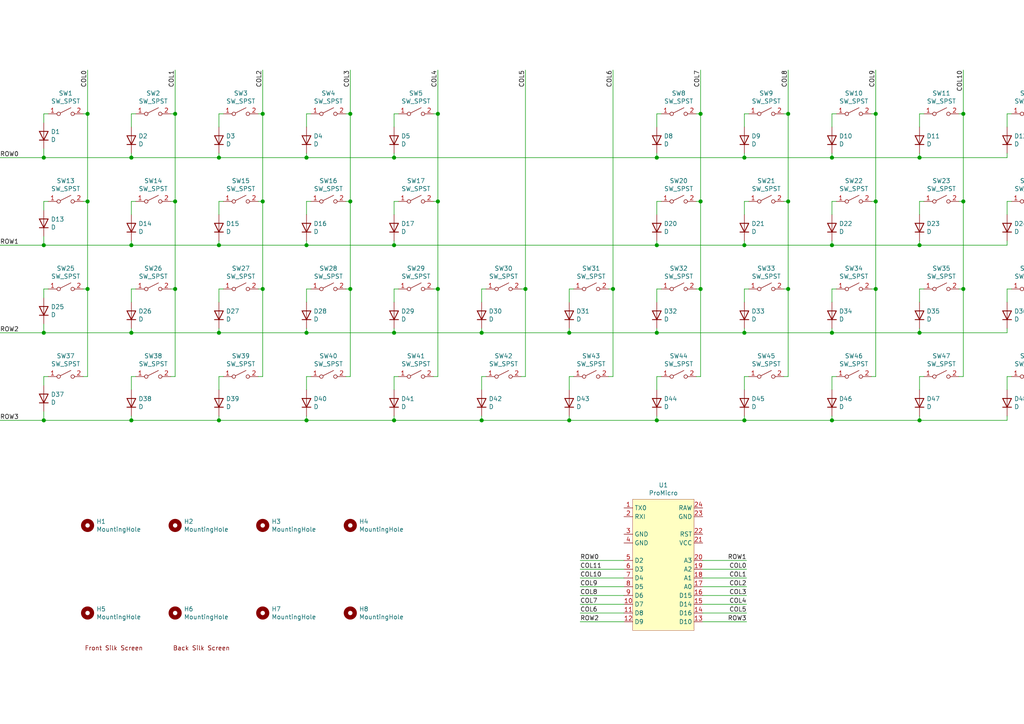
<source format=kicad_sch>
(kicad_sch (version 20210126) (generator eeschema)
  (paper "A4")
  (lib_symbols
    (symbol "Device:D" (pin_numbers hide) (pin_names (offset 1.016) hide)
      (property "Reference" "D" (at 0 2.54 0))
      (property "Value" "D" (at 0 -2.54 0))
      (symbol "D_0_1"
        (polyline (pts (xy -1.27 1.27) (xy -1.27 -1.27)) (stroke (width 0.254)))
        (polyline (pts (xy 1.27 0) (xy -1.27 0)))
        (polyline (pts (xy 1.27 1.27) (xy 1.27 -1.27) (xy -1.27 0) (xy 1.27 1.27)) (stroke (width 0.254)))
      )
      (symbol "D_1_1"
        (pin passive line (at -3.81 0 0) (length 2.54) (name "K") (number "1"))
        (pin passive line (at 3.81 0 180) (length 2.54) (name "A") (number "2"))
      )
    )
    (symbol "General:BackSilk"
      (symbol "BackSilk_0_0"
        (text "Back Silk Screen" (at 0 0 0) (effects (font (size 1.27 1.27))))
      )
    )
    (symbol "General:FrontSilk"
      (symbol "FrontSilk_0_0"
        (text "Front Silk Screen" (at 0 0 0) (effects (font (size 1.27 1.27))))
      )
    )
    (symbol "General:ProMicro"
      (property "Reference" "U?" (at 10.16 2.54 0))
      (property "Value" "ProMicro" (at 9.525 0.635 0))
      (symbol "ProMicro_0_1"
        (rectangle (start 0 0) (end 17.78 -38.1) (stroke (width 0.0006)) (fill (type background)))
      )
      (symbol "ProMicro_1_1"
        (pin passive line (at -2.54 -35.56 0) (length 2.54) (name "D9") (number "12"))
        (pin passive line (at -2.54 -33.02 0) (length 2.54) (name "D8") (number "11"))
        (pin passive line (at -2.54 -30.48 0) (length 2.54) (name "D7") (number "10"))
        (pin passive line (at -2.54 -27.94 0) (length 2.54) (name "D6") (number "9"))
        (pin passive line (at -2.54 -25.4 0) (length 2.54) (name "D5") (number "8"))
        (pin passive line (at -2.54 -22.86 0) (length 2.54) (name "D4") (number "7"))
        (pin passive line (at -2.54 -20.32 0) (length 2.54) (name "D3") (number "6"))
        (pin passive line (at -2.54 -17.78 0) (length 2.54) (name "D2") (number "5"))
        (pin passive line (at -2.54 -10.16 0) (length 2.54) (name "GND") (number "3"))
        (pin passive line (at -2.54 -12.7 0) (length 2.54) (name "GND") (number "4"))
        (pin passive line (at -2.54 -5.08 0) (length 2.54) (name "RXI") (number "2"))
        (pin passive line (at -2.54 -2.54 0) (length 2.54) (name "TX0") (number "1"))
        (pin passive line (at 20.32 -35.56 180) (length 2.54) (name "D10") (number "13"))
        (pin passive line (at 20.32 -33.02 180) (length 2.54) (name "D16") (number "14"))
        (pin passive line (at 20.32 -30.48 180) (length 2.54) (name "D14") (number "15"))
        (pin passive line (at 20.32 -27.94 180) (length 2.54) (name "D15") (number "16"))
        (pin passive line (at 20.32 -25.4 180) (length 2.54) (name "A0") (number "17"))
        (pin passive line (at 20.32 -22.86 180) (length 2.54) (name "A1") (number "18"))
        (pin passive line (at 20.32 -20.32 180) (length 2.54) (name "A2") (number "19"))
        (pin passive line (at 20.32 -17.78 180) (length 2.54) (name "A3") (number "20"))
        (pin passive line (at 20.32 -10.16 180) (length 2.54) (name "RST") (number "22"))
        (pin passive line (at 20.32 -12.7 180) (length 2.54) (name "VCC") (number "21"))
        (pin passive line (at 20.32 -5.08 180) (length 2.54) (name "GND") (number "23"))
        (pin passive line (at 20.32 -2.54 180) (length 2.54) (name "RAW") (number "24"))
      )
    )
    (symbol "Mechanical:MountingHole" (pin_names (offset 1.016))
      (property "Reference" "H" (at 0 5.08 0))
      (property "Value" "MountingHole" (at 0 3.175 0))
      (symbol "MountingHole_0_1"
        (circle (center 0 0) (radius 1.27) (stroke (width 1.27)))
      )
    )
    (symbol "Switch:SW_SPST" (pin_names (offset 0) hide)
      (property "Reference" "SW" (at 0 3.175 0))
      (property "Value" "SW_SPST" (at 0 -2.54 0))
      (symbol "SW_SPST_0_0"
        (circle (center -2.032 0) (radius 0.508))
        (circle (center 2.032 0) (radius 0.508))
        (polyline (pts (xy -1.524 0.254) (xy 1.524 1.778)))
      )
      (symbol "SW_SPST_1_1"
        (pin passive line (at -5.08 0 0) (length 2.54) (name "A") (number "1"))
        (pin passive line (at 5.08 0 180) (length 2.54) (name "B") (number "2"))
      )
    )
  )
  (junction (at 12.7 45.72) (diameter 1.016))
  (junction (at 12.7 71.12) (diameter 1.016))
  (junction (at 12.7 96.52) (diameter 1.016))
  (junction (at 12.7 121.92) (diameter 1.016))
  (junction (at 25.4 33.02) (diameter 1.016))
  (junction (at 25.4 58.42) (diameter 1.016))
  (junction (at 25.4 83.82) (diameter 1.016))
  (junction (at 38.1 45.72) (diameter 1.016))
  (junction (at 38.1 71.12) (diameter 1.016))
  (junction (at 38.1 96.52) (diameter 1.016))
  (junction (at 38.1 121.92) (diameter 1.016))
  (junction (at 50.8 33.02) (diameter 1.016))
  (junction (at 50.8 58.42) (diameter 1.016))
  (junction (at 50.8 83.82) (diameter 1.016))
  (junction (at 63.5 45.72) (diameter 1.016))
  (junction (at 63.5 71.12) (diameter 1.016))
  (junction (at 63.5 96.52) (diameter 1.016))
  (junction (at 63.5 121.92) (diameter 1.016))
  (junction (at 76.2 33.02) (diameter 1.016))
  (junction (at 76.2 58.42) (diameter 1.016))
  (junction (at 76.2 83.82) (diameter 1.016))
  (junction (at 88.9 45.72) (diameter 1.016))
  (junction (at 88.9 71.12) (diameter 1.016))
  (junction (at 88.9 96.52) (diameter 1.016))
  (junction (at 88.9 121.92) (diameter 1.016))
  (junction (at 101.6 33.02) (diameter 1.016))
  (junction (at 101.6 58.42) (diameter 1.016))
  (junction (at 101.6 83.82) (diameter 1.016))
  (junction (at 114.3 45.72) (diameter 1.016))
  (junction (at 114.3 71.12) (diameter 1.016))
  (junction (at 114.3 96.52) (diameter 1.016))
  (junction (at 114.3 121.92) (diameter 1.016))
  (junction (at 127 33.02) (diameter 1.016))
  (junction (at 127 58.42) (diameter 1.016))
  (junction (at 127 83.82) (diameter 1.016))
  (junction (at 139.7 96.52) (diameter 1.016))
  (junction (at 139.7 121.92) (diameter 1.016))
  (junction (at 152.4 83.82) (diameter 1.016))
  (junction (at 165.1 96.52) (diameter 1.016))
  (junction (at 165.1 121.92) (diameter 1.016))
  (junction (at 177.8 83.82) (diameter 1.016))
  (junction (at 190.5 45.72) (diameter 1.016))
  (junction (at 190.5 71.12) (diameter 1.016))
  (junction (at 190.5 96.52) (diameter 1.016))
  (junction (at 190.5 121.92) (diameter 1.016))
  (junction (at 203.2 33.02) (diameter 1.016))
  (junction (at 203.2 58.42) (diameter 1.016))
  (junction (at 203.2 83.82) (diameter 1.016))
  (junction (at 215.9 45.72) (diameter 1.016))
  (junction (at 215.9 71.12) (diameter 1.016))
  (junction (at 215.9 96.52) (diameter 1.016))
  (junction (at 215.9 121.92) (diameter 1.016))
  (junction (at 228.6 33.02) (diameter 1.016))
  (junction (at 228.6 58.42) (diameter 1.016))
  (junction (at 228.6 83.82) (diameter 1.016))
  (junction (at 241.3 45.72) (diameter 1.016))
  (junction (at 241.3 71.12) (diameter 1.016))
  (junction (at 241.3 96.52) (diameter 1.016))
  (junction (at 241.3 121.92) (diameter 1.016))
  (junction (at 254 33.02) (diameter 1.016))
  (junction (at 254 58.42) (diameter 1.016))
  (junction (at 254 83.82) (diameter 1.016))
  (junction (at 266.7 45.72) (diameter 1.016))
  (junction (at 266.7 71.12) (diameter 1.016))
  (junction (at 266.7 96.52) (diameter 1.016))
  (junction (at 266.7 121.92) (diameter 1.016))
  (junction (at 279.4 33.02) (diameter 1.016))
  (junction (at 279.4 58.42) (diameter 1.016))
  (junction (at 279.4 83.82) (diameter 1.016))
  (junction (at 304.8 33.02) (diameter 1.016))
  (junction (at 304.8 58.42) (diameter 1.016))
  (junction (at 304.8 83.82) (diameter 1.016))
  (wire (pts (xy 12.7 33.02) (xy 13.97 33.02)))
  (wire (pts (xy 12.7 35.56) (xy 12.7 33.02)))
  (wire (pts (xy 12.7 43.18) (xy 12.7 45.72)))
  (wire (pts (xy 12.7 45.72) (xy 0 45.72)))
  (wire (pts (xy 12.7 58.42) (xy 13.97 58.42)))
  (wire (pts (xy 12.7 60.96) (xy 12.7 58.42)))
  (wire (pts (xy 12.7 68.58) (xy 12.7 71.12)))
  (wire (pts (xy 12.7 71.12) (xy 0 71.12)))
  (wire (pts (xy 12.7 83.82) (xy 13.97 83.82)))
  (wire (pts (xy 12.7 86.36) (xy 12.7 83.82)))
  (wire (pts (xy 12.7 93.98) (xy 12.7 96.52)))
  (wire (pts (xy 12.7 96.52) (xy 0 96.52)))
  (wire (pts (xy 12.7 109.22) (xy 13.97 109.22)))
  (wire (pts (xy 12.7 111.76) (xy 12.7 109.22)))
  (wire (pts (xy 12.7 119.38) (xy 12.7 121.92)))
  (wire (pts (xy 12.7 121.92) (xy 0 121.92)))
  (wire (pts (xy 24.13 33.02) (xy 25.4 33.02)))
  (wire (pts (xy 24.13 58.42) (xy 25.4 58.42)))
  (wire (pts (xy 24.13 83.82) (xy 25.4 83.82)))
  (wire (pts (xy 24.13 109.22) (xy 25.4 109.22)))
  (wire (pts (xy 25.4 33.02) (xy 25.4 20.32)))
  (wire (pts (xy 25.4 58.42) (xy 25.4 33.02)))
  (wire (pts (xy 25.4 83.82) (xy 25.4 58.42)))
  (wire (pts (xy 25.4 109.22) (xy 25.4 83.82)))
  (wire (pts (xy 38.1 33.02) (xy 39.37 33.02)))
  (wire (pts (xy 38.1 36.83) (xy 38.1 33.02)))
  (wire (pts (xy 38.1 44.45) (xy 38.1 45.72)))
  (wire (pts (xy 38.1 45.72) (xy 12.7 45.72)))
  (wire (pts (xy 38.1 58.42) (xy 39.37 58.42)))
  (wire (pts (xy 38.1 62.23) (xy 38.1 58.42)))
  (wire (pts (xy 38.1 69.85) (xy 38.1 71.12)))
  (wire (pts (xy 38.1 71.12) (xy 12.7 71.12)))
  (wire (pts (xy 38.1 83.82) (xy 39.37 83.82)))
  (wire (pts (xy 38.1 87.63) (xy 38.1 83.82)))
  (wire (pts (xy 38.1 95.25) (xy 38.1 96.52)))
  (wire (pts (xy 38.1 96.52) (xy 12.7 96.52)))
  (wire (pts (xy 38.1 109.22) (xy 39.37 109.22)))
  (wire (pts (xy 38.1 113.03) (xy 38.1 109.22)))
  (wire (pts (xy 38.1 120.65) (xy 38.1 121.92)))
  (wire (pts (xy 38.1 121.92) (xy 12.7 121.92)))
  (wire (pts (xy 50.8 33.02) (xy 49.53 33.02)))
  (wire (pts (xy 50.8 33.02) (xy 50.8 20.32)))
  (wire (pts (xy 50.8 58.42) (xy 49.53 58.42)))
  (wire (pts (xy 50.8 58.42) (xy 50.8 33.02)))
  (wire (pts (xy 50.8 83.82) (xy 49.53 83.82)))
  (wire (pts (xy 50.8 83.82) (xy 50.8 58.42)))
  (wire (pts (xy 50.8 109.22) (xy 49.53 109.22)))
  (wire (pts (xy 50.8 109.22) (xy 50.8 83.82)))
  (wire (pts (xy 63.5 33.02) (xy 63.5 36.83)))
  (wire (pts (xy 63.5 45.72) (xy 38.1 45.72)))
  (wire (pts (xy 63.5 45.72) (xy 63.5 44.45)))
  (wire (pts (xy 63.5 58.42) (xy 63.5 62.23)))
  (wire (pts (xy 63.5 71.12) (xy 38.1 71.12)))
  (wire (pts (xy 63.5 71.12) (xy 63.5 69.85)))
  (wire (pts (xy 63.5 83.82) (xy 63.5 87.63)))
  (wire (pts (xy 63.5 96.52) (xy 38.1 96.52)))
  (wire (pts (xy 63.5 96.52) (xy 63.5 95.25)))
  (wire (pts (xy 63.5 109.22) (xy 63.5 113.03)))
  (wire (pts (xy 63.5 121.92) (xy 38.1 121.92)))
  (wire (pts (xy 63.5 121.92) (xy 63.5 120.65)))
  (wire (pts (xy 64.77 33.02) (xy 63.5 33.02)))
  (wire (pts (xy 64.77 58.42) (xy 63.5 58.42)))
  (wire (pts (xy 64.77 83.82) (xy 63.5 83.82)))
  (wire (pts (xy 64.77 109.22) (xy 63.5 109.22)))
  (wire (pts (xy 76.2 33.02) (xy 74.93 33.02)))
  (wire (pts (xy 76.2 33.02) (xy 76.2 20.32)))
  (wire (pts (xy 76.2 33.02) (xy 76.2 58.42)))
  (wire (pts (xy 76.2 58.42) (xy 74.93 58.42)))
  (wire (pts (xy 76.2 58.42) (xy 76.2 83.82)))
  (wire (pts (xy 76.2 83.82) (xy 74.93 83.82)))
  (wire (pts (xy 76.2 83.82) (xy 76.2 109.22)))
  (wire (pts (xy 76.2 109.22) (xy 74.93 109.22)))
  (wire (pts (xy 88.9 33.02) (xy 90.17 33.02)))
  (wire (pts (xy 88.9 36.83) (xy 88.9 33.02)))
  (wire (pts (xy 88.9 44.45) (xy 88.9 45.72)))
  (wire (pts (xy 88.9 45.72) (xy 63.5 45.72)))
  (wire (pts (xy 88.9 58.42) (xy 90.17 58.42)))
  (wire (pts (xy 88.9 62.23) (xy 88.9 58.42)))
  (wire (pts (xy 88.9 69.85) (xy 88.9 71.12)))
  (wire (pts (xy 88.9 71.12) (xy 63.5 71.12)))
  (wire (pts (xy 88.9 83.82) (xy 90.17 83.82)))
  (wire (pts (xy 88.9 87.63) (xy 88.9 83.82)))
  (wire (pts (xy 88.9 95.25) (xy 88.9 96.52)))
  (wire (pts (xy 88.9 96.52) (xy 63.5 96.52)))
  (wire (pts (xy 88.9 109.22) (xy 90.17 109.22)))
  (wire (pts (xy 88.9 113.03) (xy 88.9 109.22)))
  (wire (pts (xy 88.9 120.65) (xy 88.9 121.92)))
  (wire (pts (xy 88.9 121.92) (xy 63.5 121.92)))
  (wire (pts (xy 101.6 33.02) (xy 100.33 33.02)))
  (wire (pts (xy 101.6 33.02) (xy 101.6 20.32)))
  (wire (pts (xy 101.6 58.42) (xy 100.33 58.42)))
  (wire (pts (xy 101.6 58.42) (xy 101.6 33.02)))
  (wire (pts (xy 101.6 83.82) (xy 100.33 83.82)))
  (wire (pts (xy 101.6 83.82) (xy 101.6 58.42)))
  (wire (pts (xy 101.6 109.22) (xy 100.33 109.22)))
  (wire (pts (xy 101.6 109.22) (xy 101.6 83.82)))
  (wire (pts (xy 114.3 33.02) (xy 114.3 36.83)))
  (wire (pts (xy 114.3 45.72) (xy 88.9 45.72)))
  (wire (pts (xy 114.3 45.72) (xy 114.3 44.45)))
  (wire (pts (xy 114.3 45.72) (xy 190.5 45.72)))
  (wire (pts (xy 114.3 58.42) (xy 114.3 62.23)))
  (wire (pts (xy 114.3 71.12) (xy 88.9 71.12)))
  (wire (pts (xy 114.3 71.12) (xy 114.3 69.85)))
  (wire (pts (xy 114.3 71.12) (xy 190.5 71.12)))
  (wire (pts (xy 114.3 83.82) (xy 114.3 87.63)))
  (wire (pts (xy 114.3 96.52) (xy 88.9 96.52)))
  (wire (pts (xy 114.3 96.52) (xy 114.3 95.25)))
  (wire (pts (xy 114.3 109.22) (xy 114.3 113.03)))
  (wire (pts (xy 114.3 121.92) (xy 88.9 121.92)))
  (wire (pts (xy 114.3 121.92) (xy 114.3 120.65)))
  (wire (pts (xy 115.57 33.02) (xy 114.3 33.02)))
  (wire (pts (xy 115.57 58.42) (xy 114.3 58.42)))
  (wire (pts (xy 115.57 83.82) (xy 114.3 83.82)))
  (wire (pts (xy 115.57 109.22) (xy 114.3 109.22)))
  (wire (pts (xy 127 33.02) (xy 125.73 33.02)))
  (wire (pts (xy 127 33.02) (xy 127 20.32)))
  (wire (pts (xy 127 33.02) (xy 127 58.42)))
  (wire (pts (xy 127 58.42) (xy 125.73 58.42)))
  (wire (pts (xy 127 58.42) (xy 127 83.82)))
  (wire (pts (xy 127 83.82) (xy 125.73 83.82)))
  (wire (pts (xy 127 83.82) (xy 127 109.22)))
  (wire (pts (xy 127 109.22) (xy 125.73 109.22)))
  (wire (pts (xy 139.7 83.82) (xy 140.97 83.82)))
  (wire (pts (xy 139.7 87.63) (xy 139.7 83.82)))
  (wire (pts (xy 139.7 95.25) (xy 139.7 96.52)))
  (wire (pts (xy 139.7 96.52) (xy 114.3 96.52)))
  (wire (pts (xy 139.7 109.22) (xy 140.97 109.22)))
  (wire (pts (xy 139.7 113.03) (xy 139.7 109.22)))
  (wire (pts (xy 139.7 120.65) (xy 139.7 121.92)))
  (wire (pts (xy 139.7 121.92) (xy 114.3 121.92)))
  (wire (pts (xy 152.4 20.32) (xy 152.4 83.82)))
  (wire (pts (xy 152.4 83.82) (xy 151.13 83.82)))
  (wire (pts (xy 152.4 109.22) (xy 151.13 109.22)))
  (wire (pts (xy 152.4 109.22) (xy 152.4 83.82)))
  (wire (pts (xy 165.1 83.82) (xy 165.1 87.63)))
  (wire (pts (xy 165.1 96.52) (xy 139.7 96.52)))
  (wire (pts (xy 165.1 96.52) (xy 165.1 95.25)))
  (wire (pts (xy 165.1 109.22) (xy 165.1 113.03)))
  (wire (pts (xy 165.1 121.92) (xy 139.7 121.92)))
  (wire (pts (xy 165.1 121.92) (xy 165.1 120.65)))
  (wire (pts (xy 166.37 83.82) (xy 165.1 83.82)))
  (wire (pts (xy 166.37 109.22) (xy 165.1 109.22)))
  (wire (pts (xy 168.275 162.56) (xy 180.975 162.56)))
  (wire (pts (xy 168.275 165.1) (xy 180.975 165.1)))
  (wire (pts (xy 168.275 167.64) (xy 180.975 167.64)))
  (wire (pts (xy 168.275 170.18) (xy 180.975 170.18)))
  (wire (pts (xy 168.275 172.72) (xy 180.975 172.72)))
  (wire (pts (xy 168.275 175.26) (xy 180.975 175.26)))
  (wire (pts (xy 177.8 20.32) (xy 177.8 83.82)))
  (wire (pts (xy 177.8 83.82) (xy 176.53 83.82)))
  (wire (pts (xy 177.8 83.82) (xy 177.8 109.22)))
  (wire (pts (xy 177.8 109.22) (xy 176.53 109.22)))
  (wire (pts (xy 180.975 177.8) (xy 168.275 177.8)))
  (wire (pts (xy 180.975 180.34) (xy 168.275 180.34)))
  (wire (pts (xy 190.5 33.02) (xy 191.77 33.02)))
  (wire (pts (xy 190.5 36.83) (xy 190.5 33.02)))
  (wire (pts (xy 190.5 44.45) (xy 190.5 45.72)))
  (wire (pts (xy 190.5 58.42) (xy 191.77 58.42)))
  (wire (pts (xy 190.5 62.23) (xy 190.5 58.42)))
  (wire (pts (xy 190.5 69.85) (xy 190.5 71.12)))
  (wire (pts (xy 190.5 83.82) (xy 191.77 83.82)))
  (wire (pts (xy 190.5 87.63) (xy 190.5 83.82)))
  (wire (pts (xy 190.5 95.25) (xy 190.5 96.52)))
  (wire (pts (xy 190.5 96.52) (xy 165.1 96.52)))
  (wire (pts (xy 190.5 109.22) (xy 191.77 109.22)))
  (wire (pts (xy 190.5 113.03) (xy 190.5 109.22)))
  (wire (pts (xy 190.5 120.65) (xy 190.5 121.92)))
  (wire (pts (xy 190.5 121.92) (xy 165.1 121.92)))
  (wire (pts (xy 203.2 33.02) (xy 201.93 33.02)))
  (wire (pts (xy 203.2 33.02) (xy 203.2 20.32)))
  (wire (pts (xy 203.2 58.42) (xy 201.93 58.42)))
  (wire (pts (xy 203.2 58.42) (xy 203.2 33.02)))
  (wire (pts (xy 203.2 83.82) (xy 201.93 83.82)))
  (wire (pts (xy 203.2 83.82) (xy 203.2 58.42)))
  (wire (pts (xy 203.2 109.22) (xy 201.93 109.22)))
  (wire (pts (xy 203.2 109.22) (xy 203.2 83.82)))
  (wire (pts (xy 203.835 162.56) (xy 216.535 162.56)))
  (wire (pts (xy 203.835 165.1) (xy 216.535 165.1)))
  (wire (pts (xy 203.835 167.64) (xy 216.535 167.64)))
  (wire (pts (xy 203.835 170.18) (xy 216.535 170.18)))
  (wire (pts (xy 203.835 172.72) (xy 216.535 172.72)))
  (wire (pts (xy 203.835 175.26) (xy 216.535 175.26)))
  (wire (pts (xy 203.835 177.8) (xy 216.535 177.8)))
  (wire (pts (xy 203.835 180.34) (xy 216.535 180.34)))
  (wire (pts (xy 215.9 33.02) (xy 215.9 36.83)))
  (wire (pts (xy 215.9 45.72) (xy 190.5 45.72)))
  (wire (pts (xy 215.9 45.72) (xy 215.9 44.45)))
  (wire (pts (xy 215.9 58.42) (xy 215.9 62.23)))
  (wire (pts (xy 215.9 71.12) (xy 190.5 71.12)))
  (wire (pts (xy 215.9 71.12) (xy 215.9 69.85)))
  (wire (pts (xy 215.9 83.82) (xy 215.9 87.63)))
  (wire (pts (xy 215.9 96.52) (xy 190.5 96.52)))
  (wire (pts (xy 215.9 96.52) (xy 215.9 95.25)))
  (wire (pts (xy 215.9 109.22) (xy 215.9 113.03)))
  (wire (pts (xy 215.9 121.92) (xy 190.5 121.92)))
  (wire (pts (xy 215.9 121.92) (xy 215.9 120.65)))
  (wire (pts (xy 217.17 33.02) (xy 215.9 33.02)))
  (wire (pts (xy 217.17 58.42) (xy 215.9 58.42)))
  (wire (pts (xy 217.17 83.82) (xy 215.9 83.82)))
  (wire (pts (xy 217.17 109.22) (xy 215.9 109.22)))
  (wire (pts (xy 228.6 33.02) (xy 227.33 33.02)))
  (wire (pts (xy 228.6 33.02) (xy 228.6 20.32)))
  (wire (pts (xy 228.6 33.02) (xy 228.6 58.42)))
  (wire (pts (xy 228.6 58.42) (xy 227.33 58.42)))
  (wire (pts (xy 228.6 58.42) (xy 228.6 83.82)))
  (wire (pts (xy 228.6 83.82) (xy 227.33 83.82)))
  (wire (pts (xy 228.6 83.82) (xy 228.6 109.22)))
  (wire (pts (xy 228.6 109.22) (xy 227.33 109.22)))
  (wire (pts (xy 241.3 33.02) (xy 242.57 33.02)))
  (wire (pts (xy 241.3 36.83) (xy 241.3 33.02)))
  (wire (pts (xy 241.3 44.45) (xy 241.3 45.72)))
  (wire (pts (xy 241.3 45.72) (xy 215.9 45.72)))
  (wire (pts (xy 241.3 58.42) (xy 242.57 58.42)))
  (wire (pts (xy 241.3 62.23) (xy 241.3 58.42)))
  (wire (pts (xy 241.3 69.85) (xy 241.3 71.12)))
  (wire (pts (xy 241.3 71.12) (xy 215.9 71.12)))
  (wire (pts (xy 241.3 83.82) (xy 242.57 83.82)))
  (wire (pts (xy 241.3 87.63) (xy 241.3 83.82)))
  (wire (pts (xy 241.3 95.25) (xy 241.3 96.52)))
  (wire (pts (xy 241.3 96.52) (xy 215.9 96.52)))
  (wire (pts (xy 241.3 109.22) (xy 242.57 109.22)))
  (wire (pts (xy 241.3 113.03) (xy 241.3 109.22)))
  (wire (pts (xy 241.3 120.65) (xy 241.3 121.92)))
  (wire (pts (xy 241.3 121.92) (xy 215.9 121.92)))
  (wire (pts (xy 254 33.02) (xy 252.73 33.02)))
  (wire (pts (xy 254 33.02) (xy 254 20.32)))
  (wire (pts (xy 254 58.42) (xy 252.73 58.42)))
  (wire (pts (xy 254 58.42) (xy 254 33.02)))
  (wire (pts (xy 254 83.82) (xy 252.73 83.82)))
  (wire (pts (xy 254 83.82) (xy 254 58.42)))
  (wire (pts (xy 254 109.22) (xy 252.73 109.22)))
  (wire (pts (xy 254 109.22) (xy 254 83.82)))
  (wire (pts (xy 266.7 33.02) (xy 266.7 36.83)))
  (wire (pts (xy 266.7 45.72) (xy 241.3 45.72)))
  (wire (pts (xy 266.7 45.72) (xy 266.7 44.45)))
  (wire (pts (xy 266.7 45.72) (xy 292.1 45.72)))
  (wire (pts (xy 266.7 58.42) (xy 266.7 62.23)))
  (wire (pts (xy 266.7 71.12) (xy 241.3 71.12)))
  (wire (pts (xy 266.7 71.12) (xy 266.7 69.85)))
  (wire (pts (xy 266.7 71.12) (xy 292.1 71.12)))
  (wire (pts (xy 266.7 83.82) (xy 266.7 87.63)))
  (wire (pts (xy 266.7 96.52) (xy 241.3 96.52)))
  (wire (pts (xy 266.7 96.52) (xy 266.7 95.25)))
  (wire (pts (xy 266.7 96.52) (xy 292.1 96.52)))
  (wire (pts (xy 266.7 109.22) (xy 266.7 113.03)))
  (wire (pts (xy 266.7 121.92) (xy 241.3 121.92)))
  (wire (pts (xy 266.7 121.92) (xy 266.7 120.65)))
  (wire (pts (xy 266.7 121.92) (xy 292.1 121.92)))
  (wire (pts (xy 267.97 33.02) (xy 266.7 33.02)))
  (wire (pts (xy 267.97 58.42) (xy 266.7 58.42)))
  (wire (pts (xy 267.97 83.82) (xy 266.7 83.82)))
  (wire (pts (xy 267.97 109.22) (xy 266.7 109.22)))
  (wire (pts (xy 279.4 33.02) (xy 278.13 33.02)))
  (wire (pts (xy 279.4 33.02) (xy 279.4 20.32)))
  (wire (pts (xy 279.4 33.02) (xy 279.4 58.42)))
  (wire (pts (xy 279.4 58.42) (xy 278.13 58.42)))
  (wire (pts (xy 279.4 58.42) (xy 279.4 83.82)))
  (wire (pts (xy 279.4 83.82) (xy 278.13 83.82)))
  (wire (pts (xy 279.4 83.82) (xy 279.4 109.22)))
  (wire (pts (xy 279.4 109.22) (xy 278.13 109.22)))
  (wire (pts (xy 292.1 33.02) (xy 292.1 36.83)))
  (wire (pts (xy 292.1 44.45) (xy 292.1 45.72)))
  (wire (pts (xy 292.1 58.42) (xy 292.1 62.23)))
  (wire (pts (xy 292.1 69.85) (xy 292.1 71.12)))
  (wire (pts (xy 292.1 83.82) (xy 292.1 87.63)))
  (wire (pts (xy 292.1 95.25) (xy 292.1 96.52)))
  (wire (pts (xy 292.1 109.22) (xy 292.1 113.03)))
  (wire (pts (xy 292.1 120.65) (xy 292.1 121.92)))
  (wire (pts (xy 293.37 33.02) (xy 292.1 33.02)))
  (wire (pts (xy 293.37 58.42) (xy 292.1 58.42)))
  (wire (pts (xy 293.37 83.82) (xy 292.1 83.82)))
  (wire (pts (xy 293.37 109.22) (xy 292.1 109.22)))
  (wire (pts (xy 304.8 33.02) (xy 303.53 33.02)))
  (wire (pts (xy 304.8 33.02) (xy 304.8 20.32)))
  (wire (pts (xy 304.8 33.02) (xy 304.8 58.42)))
  (wire (pts (xy 304.8 58.42) (xy 303.53 58.42)))
  (wire (pts (xy 304.8 58.42) (xy 304.8 83.82)))
  (wire (pts (xy 304.8 83.82) (xy 303.53 83.82)))
  (wire (pts (xy 304.8 83.82) (xy 304.8 109.22)))
  (wire (pts (xy 304.8 109.22) (xy 303.53 109.22)))
  (label "ROW0" (at 0 45.72 0))
  (label "ROW1" (at 0 71.12 0))
  (label "ROW2" (at 0 96.52 0))
  (label "ROW3" (at 0 121.92 0))
  (label "COL0" (at 25.4 20.32 270))
  (label "COL1" (at 50.8 20.32 270))
  (label "COL2" (at 76.2 20.32 270))
  (label "COL3" (at 101.6 20.32 270))
  (label "COL4" (at 127 20.32 270))
  (label "COL5" (at 152.4 20.32 270))
  (label "ROW0" (at 168.275 162.56 0))
  (label "COL11" (at 168.275 165.1 0))
  (label "COL10" (at 168.275 167.64 0))
  (label "COL9" (at 168.275 170.18 0))
  (label "COL8" (at 168.275 172.72 0))
  (label "COL7" (at 168.275 175.26 0))
  (label "COL6" (at 168.275 177.8 0))
  (label "ROW2" (at 168.275 180.34 0))
  (label "COL6" (at 177.8 20.32 270))
  (label "COL7" (at 203.2 20.32 270))
  (label "ROW1" (at 216.535 162.56 180))
  (label "COL0" (at 216.535 165.1 180))
  (label "COL1" (at 216.535 167.64 180))
  (label "COL2" (at 216.535 170.18 180))
  (label "COL3" (at 216.535 172.72 180))
  (label "COL4" (at 216.535 175.26 180))
  (label "COL5" (at 216.535 177.8 180))
  (label "ROW3" (at 216.535 180.34 180))
  (label "COL8" (at 228.6 20.32 270))
  (label "COL9" (at 254 20.32 270))
  (label "COL10" (at 279.4 20.32 270))
  (label "COL11" (at 304.8 20.32 270))
  (symbol (lib_id "Mechanical:MountingHole") (at 25.4 152.4 0) (unit 1)
    (property "Reference" "H1" (at 27.9401 151.2506 0) (effects (justify left)))
    (property "Value" "MountingHole" (at 27.9401 153.5493 0) (effects (justify left)))
    (property "Footprint" "MountingHole:MountingHole_3.2mm_M3" (effects hide))
  )
  (symbol (lib_id "Mechanical:MountingHole") (at 25.4 177.8 0) (unit 1)
    (property "Reference" "H5" (at 27.9401 176.6506 0) (effects (justify left)))
    (property "Value" "MountingHole" (at 27.9401 178.9493 0) (effects (justify left)))
    (property "Footprint" "MountingHole:MountingHole_3.2mm_M3" (effects hide))
  )
  (symbol (lib_id "Mechanical:MountingHole") (at 50.8 152.4 0) (unit 1)
    (property "Reference" "H2" (at 53.3401 151.2506 0) (effects (justify left)))
    (property "Value" "MountingHole" (at 53.3401 153.5493 0) (effects (justify left)))
    (property "Footprint" "MountingHole:MountingHole_3.2mm_M3" (effects hide))
  )
  (symbol (lib_id "Mechanical:MountingHole") (at 50.8 177.8 0) (unit 1)
    (property "Reference" "H6" (at 53.3401 176.6506 0) (effects (justify left)))
    (property "Value" "MountingHole" (at 53.3401 178.9493 0) (effects (justify left)))
    (property "Footprint" "MountingHole:MountingHole_3.2mm_M3" (effects hide))
  )
  (symbol (lib_id "Mechanical:MountingHole") (at 76.2 152.4 0) (unit 1)
    (property "Reference" "H3" (at 78.7401 151.2506 0) (effects (justify left)))
    (property "Value" "MountingHole" (at 78.7401 153.5493 0) (effects (justify left)))
    (property "Footprint" "MountingHole:MountingHole_3.2mm_M3" (effects hide))
  )
  (symbol (lib_id "Mechanical:MountingHole") (at 76.2 177.8 0) (unit 1)
    (property "Reference" "H7" (at 78.7401 176.6506 0) (effects (justify left)))
    (property "Value" "MountingHole" (at 78.7401 178.9493 0) (effects (justify left)))
    (property "Footprint" "MountingHole:MountingHole_3.2mm_M3" (effects hide))
  )
  (symbol (lib_id "Mechanical:MountingHole") (at 101.6 152.4 0) (unit 1)
    (property "Reference" "H4" (at 104.1401 151.2506 0) (effects (justify left)))
    (property "Value" "MountingHole" (at 104.1401 153.5493 0) (effects (justify left)))
    (property "Footprint" "MountingHole:MountingHole_3.2mm_M3" (effects hide))
  )
  (symbol (lib_id "Mechanical:MountingHole") (at 101.6 177.8 0) (unit 1)
    (property "Reference" "H8" (at 104.1401 176.6506 0) (effects (justify left)))
    (property "Value" "MountingHole" (at 104.1401 178.9493 0) (effects (justify left)))
    (property "Footprint" "MountingHole:MountingHole_3.2mm_M3" (effects hide))
  )
  (symbol (lib_id "Device:D") (at 12.7 39.37 90) (unit 1)
    (property "Reference" "D1" (at 14.732 38.2016 90) (effects (justify right)))
    (property "Value" "D" (at 14.732 40.513 90) (effects (justify right)))
    (property "Footprint" "Library:D_SOD-123_NoSilk" (effects hide))
    (property "Manufacturer" "Micro Commercial Components" (effects hide))
    (property "P/N" "SM4007PL" (effects hide))
    (property "LCSC P/N" "C64898" (effects hide))
  )
  (symbol (lib_id "Device:D") (at 12.7 64.77 90) (unit 1)
    (property "Reference" "D13" (at 14.732 63.6016 90) (effects (justify right)))
    (property "Value" "D" (at 14.732 65.913 90) (effects (justify right)))
    (property "Footprint" "Library:D_SOD-123_NoSilk" (effects hide))
    (property "Manufacturer" "Micro Commercial Components" (effects hide))
    (property "P/N" "SM4007PL" (effects hide))
    (property "LCSC P/N" "C64898" (effects hide))
  )
  (symbol (lib_id "Device:D") (at 12.7 90.17 90) (unit 1)
    (property "Reference" "D25" (at 14.732 89.0016 90) (effects (justify right)))
    (property "Value" "D" (at 14.732 91.313 90) (effects (justify right)))
    (property "Footprint" "Library:D_SOD-123_NoSilk" (effects hide))
    (property "Manufacturer" "Micro Commercial Components" (effects hide))
    (property "P/N" "SM4007PL" (effects hide))
    (property "LCSC P/N" "C64898" (effects hide))
  )
  (symbol (lib_id "Device:D") (at 12.7 115.57 90) (unit 1)
    (property "Reference" "D37" (at 14.732 114.4016 90) (effects (justify right)))
    (property "Value" "D" (at 14.732 116.713 90) (effects (justify right)))
    (property "Footprint" "Library:D_SOD-123_NoSilk" (effects hide))
    (property "Manufacturer" "Micro Commercial Components" (effects hide))
    (property "P/N" "SM4007PL" (effects hide))
    (property "LCSC P/N" "C64898" (effects hide))
  )
  (symbol (lib_id "Device:D") (at 38.1 40.64 90) (unit 1)
    (property "Reference" "D2" (at 40.132 39.4716 90) (effects (justify right)))
    (property "Value" "D" (at 40.132 41.783 90) (effects (justify right)))
    (property "Footprint" "Library:D_SOD-123_NoSilk" (effects hide))
    (property "Manufacturer" "Micro Commercial Components" (effects hide))
    (property "P/N" "SM4007PL" (effects hide))
    (property "LCSC P/N" "C64898" (effects hide))
  )
  (symbol (lib_id "Device:D") (at 38.1 66.04 90) (unit 1)
    (property "Reference" "D14" (at 40.132 64.8716 90) (effects (justify right)))
    (property "Value" "D" (at 40.132 67.183 90) (effects (justify right)))
    (property "Footprint" "Library:D_SOD-123_NoSilk" (effects hide))
    (property "Manufacturer" "Micro Commercial Components" (effects hide))
    (property "P/N" "SM4007PL" (effects hide))
    (property "LCSC P/N" "C64898" (effects hide))
  )
  (symbol (lib_id "Device:D") (at 38.1 91.44 90) (unit 1)
    (property "Reference" "D26" (at 40.132 90.2716 90) (effects (justify right)))
    (property "Value" "D" (at 40.132 92.583 90) (effects (justify right)))
    (property "Footprint" "Library:D_SOD-123_NoSilk" (effects hide))
    (property "Manufacturer" "Micro Commercial Components" (effects hide))
    (property "P/N" "SM4007PL" (effects hide))
    (property "LCSC P/N" "C64898" (effects hide))
  )
  (symbol (lib_id "Device:D") (at 38.1 116.84 90) (unit 1)
    (property "Reference" "D38" (at 40.132 115.6716 90) (effects (justify right)))
    (property "Value" "D" (at 40.132 117.983 90) (effects (justify right)))
    (property "Footprint" "Library:D_SOD-123_NoSilk" (effects hide))
    (property "Manufacturer" "Micro Commercial Components" (effects hide))
    (property "P/N" "SM4007PL" (effects hide))
    (property "LCSC P/N" "C64898" (effects hide))
  )
  (symbol (lib_id "Device:D") (at 63.5 40.64 90) (unit 1)
    (property "Reference" "D3" (at 65.532 39.4716 90) (effects (justify right)))
    (property "Value" "D" (at 65.532 41.783 90) (effects (justify right)))
    (property "Footprint" "Library:D_SOD-123_NoSilk" (effects hide))
    (property "Manufacturer" "Micro Commercial Components" (effects hide))
    (property "P/N" "SM4007PL" (effects hide))
    (property "LCSC P/N" "C64898" (effects hide))
  )
  (symbol (lib_id "Device:D") (at 63.5 66.04 90) (unit 1)
    (property "Reference" "D15" (at 65.532 64.8716 90) (effects (justify right)))
    (property "Value" "D" (at 65.532 67.183 90) (effects (justify right)))
    (property "Footprint" "Library:D_SOD-123_NoSilk" (effects hide))
    (property "Manufacturer" "Micro Commercial Components" (effects hide))
    (property "P/N" "SM4007PL" (effects hide))
    (property "LCSC P/N" "C64898" (effects hide))
  )
  (symbol (lib_id "Device:D") (at 63.5 91.44 90) (unit 1)
    (property "Reference" "D27" (at 65.532 90.2716 90) (effects (justify right)))
    (property "Value" "D" (at 65.532 92.583 90) (effects (justify right)))
    (property "Footprint" "Library:D_SOD-123_NoSilk" (effects hide))
    (property "Manufacturer" "Micro Commercial Components" (effects hide))
    (property "P/N" "SM4007PL" (effects hide))
    (property "LCSC P/N" "C64898" (effects hide))
  )
  (symbol (lib_id "Device:D") (at 63.5 116.84 90) (unit 1)
    (property "Reference" "D39" (at 65.532 115.6716 90) (effects (justify right)))
    (property "Value" "D" (at 65.532 117.983 90) (effects (justify right)))
    (property "Footprint" "Library:D_SOD-123_NoSilk" (effects hide))
    (property "Manufacturer" "Micro Commercial Components" (effects hide))
    (property "P/N" "SM4007PL" (effects hide))
    (property "LCSC P/N" "C64898" (effects hide))
  )
  (symbol (lib_id "Device:D") (at 88.9 40.64 90) (unit 1)
    (property "Reference" "D4" (at 90.932 39.4716 90) (effects (justify right)))
    (property "Value" "D" (at 90.932 41.783 90) (effects (justify right)))
    (property "Footprint" "Library:D_SOD-123_NoSilk" (effects hide))
    (property "Manufacturer" "Micro Commercial Components" (effects hide))
    (property "P/N" "SM4007PL" (effects hide))
    (property "LCSC P/N" "C64898" (effects hide))
  )
  (symbol (lib_id "Device:D") (at 88.9 66.04 90) (unit 1)
    (property "Reference" "D16" (at 90.932 64.8716 90) (effects (justify right)))
    (property "Value" "D" (at 90.932 67.183 90) (effects (justify right)))
    (property "Footprint" "Library:D_SOD-123_NoSilk" (effects hide))
    (property "Manufacturer" "Micro Commercial Components" (effects hide))
    (property "P/N" "SM4007PL" (effects hide))
    (property "LCSC P/N" "C64898" (effects hide))
  )
  (symbol (lib_id "Device:D") (at 88.9 91.44 90) (unit 1)
    (property "Reference" "D28" (at 90.932 90.2716 90) (effects (justify right)))
    (property "Value" "D" (at 90.932 92.583 90) (effects (justify right)))
    (property "Footprint" "Library:D_SOD-123_NoSilk" (effects hide))
    (property "Manufacturer" "Micro Commercial Components" (effects hide))
    (property "P/N" "SM4007PL" (effects hide))
    (property "LCSC P/N" "C64898" (effects hide))
  )
  (symbol (lib_id "Device:D") (at 88.9 116.84 90) (unit 1)
    (property "Reference" "D40" (at 90.932 115.6716 90) (effects (justify right)))
    (property "Value" "D" (at 90.932 117.983 90) (effects (justify right)))
    (property "Footprint" "Library:D_SOD-123_NoSilk" (effects hide))
    (property "Manufacturer" "Micro Commercial Components" (effects hide))
    (property "P/N" "SM4007PL" (effects hide))
    (property "LCSC P/N" "C64898" (effects hide))
  )
  (symbol (lib_id "Device:D") (at 114.3 40.64 90) (unit 1)
    (property "Reference" "D5" (at 116.332 39.4716 90) (effects (justify right)))
    (property "Value" "D" (at 116.332 41.783 90) (effects (justify right)))
    (property "Footprint" "Library:D_SOD-123_NoSilk" (effects hide))
    (property "Manufacturer" "Micro Commercial Components" (effects hide))
    (property "P/N" "SM4007PL" (effects hide))
    (property "LCSC P/N" "C64898" (effects hide))
  )
  (symbol (lib_id "Device:D") (at 114.3 66.04 90) (unit 1)
    (property "Reference" "D17" (at 116.332 64.8716 90) (effects (justify right)))
    (property "Value" "D" (at 116.332 67.183 90) (effects (justify right)))
    (property "Footprint" "Library:D_SOD-123_NoSilk" (effects hide))
    (property "Manufacturer" "Micro Commercial Components" (effects hide))
    (property "P/N" "SM4007PL" (effects hide))
    (property "LCSC P/N" "C64898" (effects hide))
  )
  (symbol (lib_id "Device:D") (at 114.3 91.44 90) (unit 1)
    (property "Reference" "D29" (at 116.332 90.2716 90) (effects (justify right)))
    (property "Value" "D" (at 116.332 92.583 90) (effects (justify right)))
    (property "Footprint" "Library:D_SOD-123_NoSilk" (effects hide))
    (property "Manufacturer" "Micro Commercial Components" (effects hide))
    (property "P/N" "SM4007PL" (effects hide))
    (property "LCSC P/N" "C64898" (effects hide))
  )
  (symbol (lib_id "Device:D") (at 114.3 116.84 90) (unit 1)
    (property "Reference" "D41" (at 116.332 115.6716 90) (effects (justify right)))
    (property "Value" "D" (at 116.332 117.983 90) (effects (justify right)))
    (property "Footprint" "Library:D_SOD-123_NoSilk" (effects hide))
    (property "Manufacturer" "Micro Commercial Components" (effects hide))
    (property "P/N" "SM4007PL" (effects hide))
    (property "LCSC P/N" "C64898" (effects hide))
  )
  (symbol (lib_id "Device:D") (at 139.7 91.44 90) (unit 1)
    (property "Reference" "D30" (at 141.732 90.2716 90) (effects (justify right)))
    (property "Value" "D" (at 141.732 92.583 90) (effects (justify right)))
    (property "Footprint" "Library:D_SOD-123_NoSilk" (effects hide))
    (property "Manufacturer" "Micro Commercial Components" (effects hide))
    (property "P/N" "SM4007PL" (effects hide))
    (property "LCSC P/N" "C64898" (effects hide))
  )
  (symbol (lib_id "Device:D") (at 139.7 116.84 90) (unit 1)
    (property "Reference" "D42" (at 141.732 115.6716 90) (effects (justify right)))
    (property "Value" "D" (at 141.732 117.983 90) (effects (justify right)))
    (property "Footprint" "Library:D_SOD-123_NoSilk" (effects hide))
    (property "Manufacturer" "Micro Commercial Components" (effects hide))
    (property "P/N" "SM4007PL" (effects hide))
    (property "LCSC P/N" "C64898" (effects hide))
  )
  (symbol (lib_id "Device:D") (at 165.1 91.44 90) (unit 1)
    (property "Reference" "D31" (at 167.132 90.2716 90) (effects (justify right)))
    (property "Value" "D" (at 167.132 92.583 90) (effects (justify right)))
    (property "Footprint" "Library:D_SOD-123_NoSilk" (effects hide))
    (property "Manufacturer" "Micro Commercial Components" (effects hide))
    (property "P/N" "SM4007PL" (effects hide))
    (property "LCSC P/N" "C64898" (effects hide))
  )
  (symbol (lib_id "Device:D") (at 165.1 116.84 90) (unit 1)
    (property "Reference" "D43" (at 167.132 115.6716 90) (effects (justify right)))
    (property "Value" "D" (at 167.132 117.983 90) (effects (justify right)))
    (property "Footprint" "Library:D_SOD-123_NoSilk" (effects hide))
    (property "Manufacturer" "Micro Commercial Components" (effects hide))
    (property "P/N" "SM4007PL" (effects hide))
    (property "LCSC P/N" "C64898" (effects hide))
  )
  (symbol (lib_id "Device:D") (at 190.5 40.64 90) (unit 1)
    (property "Reference" "D8" (at 192.532 39.4716 90) (effects (justify right)))
    (property "Value" "D" (at 192.532 41.783 90) (effects (justify right)))
    (property "Footprint" "Library:D_SOD-123_NoSilk" (effects hide))
    (property "Manufacturer" "Micro Commercial Components" (effects hide))
    (property "P/N" "SM4007PL" (effects hide))
    (property "LCSC P/N" "C64898" (effects hide))
  )
  (symbol (lib_id "Device:D") (at 190.5 66.04 90) (unit 1)
    (property "Reference" "D20" (at 192.532 64.8716 90) (effects (justify right)))
    (property "Value" "D" (at 192.532 67.183 90) (effects (justify right)))
    (property "Footprint" "Library:D_SOD-123_NoSilk" (effects hide))
    (property "Manufacturer" "Micro Commercial Components" (effects hide))
    (property "P/N" "SM4007PL" (effects hide))
    (property "LCSC P/N" "C64898" (effects hide))
  )
  (symbol (lib_id "Device:D") (at 190.5 91.44 90) (unit 1)
    (property "Reference" "D32" (at 192.532 90.2716 90) (effects (justify right)))
    (property "Value" "D" (at 192.532 92.583 90) (effects (justify right)))
    (property "Footprint" "Library:D_SOD-123_NoSilk" (effects hide))
    (property "Manufacturer" "Micro Commercial Components" (effects hide))
    (property "P/N" "SM4007PL" (effects hide))
    (property "LCSC P/N" "C64898" (effects hide))
  )
  (symbol (lib_id "Device:D") (at 190.5 116.84 90) (unit 1)
    (property "Reference" "D44" (at 192.532 115.6716 90) (effects (justify right)))
    (property "Value" "D" (at 192.532 117.983 90) (effects (justify right)))
    (property "Footprint" "Library:D_SOD-123_NoSilk" (effects hide))
    (property "Manufacturer" "Micro Commercial Components" (effects hide))
    (property "P/N" "SM4007PL" (effects hide))
    (property "LCSC P/N" "C64898" (effects hide))
  )
  (symbol (lib_id "Device:D") (at 215.9 40.64 90) (unit 1)
    (property "Reference" "D9" (at 217.932 39.4716 90) (effects (justify right)))
    (property "Value" "D" (at 217.932 41.783 90) (effects (justify right)))
    (property "Footprint" "Library:D_SOD-123_NoSilk" (effects hide))
    (property "Manufacturer" "Micro Commercial Components" (effects hide))
    (property "P/N" "SM4007PL" (effects hide))
    (property "LCSC P/N" "C64898" (effects hide))
  )
  (symbol (lib_id "Device:D") (at 215.9 66.04 90) (unit 1)
    (property "Reference" "D21" (at 217.932 64.8716 90) (effects (justify right)))
    (property "Value" "D" (at 217.932 67.183 90) (effects (justify right)))
    (property "Footprint" "Library:D_SOD-123_NoSilk" (effects hide))
    (property "Manufacturer" "Micro Commercial Components" (effects hide))
    (property "P/N" "SM4007PL" (effects hide))
    (property "LCSC P/N" "C64898" (effects hide))
  )
  (symbol (lib_id "Device:D") (at 215.9 91.44 90) (unit 1)
    (property "Reference" "D33" (at 217.932 90.2716 90) (effects (justify right)))
    (property "Value" "D" (at 217.932 92.583 90) (effects (justify right)))
    (property "Footprint" "Library:D_SOD-123_NoSilk" (effects hide))
    (property "Manufacturer" "Micro Commercial Components" (effects hide))
    (property "P/N" "SM4007PL" (effects hide))
    (property "LCSC P/N" "C64898" (effects hide))
  )
  (symbol (lib_id "Device:D") (at 215.9 116.84 90) (unit 1)
    (property "Reference" "D45" (at 217.932 115.6716 90) (effects (justify right)))
    (property "Value" "D" (at 217.932 117.983 90) (effects (justify right)))
    (property "Footprint" "Library:D_SOD-123_NoSilk" (effects hide))
    (property "Manufacturer" "Micro Commercial Components" (effects hide))
    (property "P/N" "SM4007PL" (effects hide))
    (property "LCSC P/N" "C64898" (effects hide))
  )
  (symbol (lib_id "Device:D") (at 241.3 40.64 90) (unit 1)
    (property "Reference" "D10" (at 243.332 39.4716 90) (effects (justify right)))
    (property "Value" "D" (at 243.332 41.783 90) (effects (justify right)))
    (property "Footprint" "Library:D_SOD-123_NoSilk" (effects hide))
    (property "Manufacturer" "Micro Commercial Components" (effects hide))
    (property "P/N" "SM4007PL" (effects hide))
    (property "LCSC P/N" "C64898" (effects hide))
  )
  (symbol (lib_id "Device:D") (at 241.3 66.04 90) (unit 1)
    (property "Reference" "D22" (at 243.332 64.8716 90) (effects (justify right)))
    (property "Value" "D" (at 243.332 67.183 90) (effects (justify right)))
    (property "Footprint" "Library:D_SOD-123_NoSilk" (effects hide))
    (property "Manufacturer" "Micro Commercial Components" (effects hide))
    (property "P/N" "SM4007PL" (effects hide))
    (property "LCSC P/N" "C64898" (effects hide))
  )
  (symbol (lib_id "Device:D") (at 241.3 91.44 90) (unit 1)
    (property "Reference" "D34" (at 243.332 90.2716 90) (effects (justify right)))
    (property "Value" "D" (at 243.332 92.583 90) (effects (justify right)))
    (property "Footprint" "Library:D_SOD-123_NoSilk" (effects hide))
    (property "Manufacturer" "Micro Commercial Components" (effects hide))
    (property "P/N" "SM4007PL" (effects hide))
    (property "LCSC P/N" "C64898" (effects hide))
  )
  (symbol (lib_id "Device:D") (at 241.3 116.84 90) (unit 1)
    (property "Reference" "D46" (at 243.332 115.6716 90) (effects (justify right)))
    (property "Value" "D" (at 243.332 117.983 90) (effects (justify right)))
    (property "Footprint" "Library:D_SOD-123_NoSilk" (effects hide))
    (property "Manufacturer" "Micro Commercial Components" (effects hide))
    (property "P/N" "SM4007PL" (effects hide))
    (property "LCSC P/N" "C64898" (effects hide))
  )
  (symbol (lib_id "Device:D") (at 266.7 40.64 90) (unit 1)
    (property "Reference" "D11" (at 268.732 39.4716 90) (effects (justify right)))
    (property "Value" "D" (at 268.732 41.783 90) (effects (justify right)))
    (property "Footprint" "Library:D_SOD-123_NoSilk" (effects hide))
    (property "Manufacturer" "Micro Commercial Components" (effects hide))
    (property "P/N" "SM4007PL" (effects hide))
    (property "LCSC P/N" "C64898" (effects hide))
  )
  (symbol (lib_id "Device:D") (at 266.7 66.04 90) (unit 1)
    (property "Reference" "D23" (at 268.732 64.8716 90) (effects (justify right)))
    (property "Value" "D" (at 268.732 67.183 90) (effects (justify right)))
    (property "Footprint" "Library:D_SOD-123_NoSilk" (effects hide))
    (property "Manufacturer" "Micro Commercial Components" (effects hide))
    (property "P/N" "SM4007PL" (effects hide))
    (property "LCSC P/N" "C64898" (effects hide))
  )
  (symbol (lib_id "Device:D") (at 266.7 91.44 90) (unit 1)
    (property "Reference" "D35" (at 268.732 90.2716 90) (effects (justify right)))
    (property "Value" "D" (at 268.732 92.583 90) (effects (justify right)))
    (property "Footprint" "Library:D_SOD-123_NoSilk" (effects hide))
    (property "Manufacturer" "Micro Commercial Components" (effects hide))
    (property "P/N" "SM4007PL" (effects hide))
    (property "LCSC P/N" "C64898" (effects hide))
  )
  (symbol (lib_id "Device:D") (at 266.7 116.84 90) (unit 1)
    (property "Reference" "D47" (at 268.732 115.6716 90) (effects (justify right)))
    (property "Value" "D" (at 268.732 117.983 90) (effects (justify right)))
    (property "Footprint" "Library:D_SOD-123_NoSilk" (effects hide))
    (property "Manufacturer" "Micro Commercial Components" (effects hide))
    (property "P/N" "SM4007PL" (effects hide))
    (property "LCSC P/N" "C64898" (effects hide))
  )
  (symbol (lib_id "Device:D") (at 292.1 40.64 90) (unit 1)
    (property "Reference" "D12" (at 294.132 39.4716 90) (effects (justify right)))
    (property "Value" "D" (at 294.132 41.783 90) (effects (justify right)))
    (property "Footprint" "Library:D_SOD-123_NoSilk" (effects hide))
    (property "Manufacturer" "Micro Commercial Components" (effects hide))
    (property "P/N" "SM4007PL" (effects hide))
    (property "LCSC P/N" "C64898" (effects hide))
  )
  (symbol (lib_id "Device:D") (at 292.1 66.04 90) (unit 1)
    (property "Reference" "D24" (at 294.132 64.8716 90) (effects (justify right)))
    (property "Value" "D" (at 294.132 67.183 90) (effects (justify right)))
    (property "Footprint" "Library:D_SOD-123_NoSilk" (effects hide))
    (property "Manufacturer" "Micro Commercial Components" (effects hide))
    (property "P/N" "SM4007PL" (effects hide))
    (property "LCSC P/N" "C64898" (effects hide))
  )
  (symbol (lib_id "Device:D") (at 292.1 91.44 90) (unit 1)
    (property "Reference" "D36" (at 294.132 90.2716 90) (effects (justify right)))
    (property "Value" "D" (at 294.132 92.583 90) (effects (justify right)))
    (property "Footprint" "Library:D_SOD-123_NoSilk" (effects hide))
    (property "Manufacturer" "Micro Commercial Components" (effects hide))
    (property "P/N" "SM4007PL" (effects hide))
    (property "LCSC P/N" "C64898" (effects hide))
  )
  (symbol (lib_id "Device:D") (at 292.1 116.84 90) (unit 1)
    (property "Reference" "D48" (at 294.132 115.6716 90) (effects (justify right)))
    (property "Value" "D" (at 294.132 117.983 90) (effects (justify right)))
    (property "Footprint" "Library:D_SOD-123_NoSilk" (effects hide))
    (property "Manufacturer" "Micro Commercial Components" (effects hide))
    (property "P/N" "SM4007PL" (effects hide))
    (property "LCSC P/N" "C64898" (effects hide))
  )
  (symbol (lib_id "General:BackSilk") (at 58.42 187.96 0) (unit 1)
    (property "Reference" "S2" (effects hide))
    (property "Value" "BackSilk" (effects hide))
    (property "Footprint" "MyGraphics:FlowersTemplate" (effects hide))
  )
  (symbol (lib_id "General:FrontSilk") (at 33.02 187.96 0) (unit 1)
    (property "Reference" "S1" (effects hide))
    (property "Value" "FrontSilk" (effects hide))
    (property "Footprint" "MyGraphics:FlowersBase" (effects hide))
  )
  (symbol (lib_id "Switch:SW_SPST") (at 19.05 33.02 0) (unit 1)
    (property "Reference" "SW1" (at 19.05 27.051 0))
    (property "Value" "SW_SPST" (at 19.05 29.3624 0))
    (property "Footprint" "MechSwitchs:Kailh_socket_MX_optional_platemount_No_Silk" (effects hide))
  )
  (symbol (lib_id "Switch:SW_SPST") (at 19.05 58.42 0) (unit 1)
    (property "Reference" "SW13" (at 19.05 52.451 0))
    (property "Value" "SW_SPST" (at 19.05 54.7624 0))
    (property "Footprint" "MechSwitchs:Kailh_socket_MX_optional_platemount_No_Silk" (effects hide))
  )
  (symbol (lib_id "Switch:SW_SPST") (at 19.05 83.82 0) (unit 1)
    (property "Reference" "SW25" (at 19.05 77.851 0))
    (property "Value" "SW_SPST" (at 19.05 80.1624 0))
    (property "Footprint" "MechSwitchs:Kailh_socket_MX_optional_platemount_No_Silk" (effects hide))
  )
  (symbol (lib_id "Switch:SW_SPST") (at 19.05 109.22 0) (unit 1)
    (property "Reference" "SW37" (at 19.05 103.251 0))
    (property "Value" "SW_SPST" (at 19.05 105.5624 0))
    (property "Footprint" "MechSwitchs:Kailh_socket_MX_optional_platemount_No_Silk" (effects hide))
  )
  (symbol (lib_id "Switch:SW_SPST") (at 44.45 33.02 0) (unit 1)
    (property "Reference" "SW2" (at 44.45 27.051 0))
    (property "Value" "SW_SPST" (at 44.45 29.3624 0))
    (property "Footprint" "MechSwitchs:Kailh_socket_MX_optional_platemount_No_Silk" (effects hide))
  )
  (symbol (lib_id "Switch:SW_SPST") (at 44.45 58.42 0) (unit 1)
    (property "Reference" "SW14" (at 44.45 52.451 0))
    (property "Value" "SW_SPST" (at 44.45 54.7624 0))
    (property "Footprint" "MechSwitchs:Kailh_socket_MX_optional_platemount_No_Silk" (effects hide))
  )
  (symbol (lib_id "Switch:SW_SPST") (at 44.45 83.82 0) (unit 1)
    (property "Reference" "SW26" (at 44.45 77.851 0))
    (property "Value" "SW_SPST" (at 44.45 80.1624 0))
    (property "Footprint" "MechSwitchs:Kailh_socket_MX_optional_platemount_No_Silk" (effects hide))
  )
  (symbol (lib_id "Switch:SW_SPST") (at 44.45 109.22 0) (unit 1)
    (property "Reference" "SW38" (at 44.45 103.251 0))
    (property "Value" "SW_SPST" (at 44.45 105.5624 0))
    (property "Footprint" "MechSwitchs:Kailh_socket_MX_optional_platemount_No_Silk" (effects hide))
  )
  (symbol (lib_id "Switch:SW_SPST") (at 69.85 33.02 0) (unit 1)
    (property "Reference" "SW3" (at 69.85 27.051 0))
    (property "Value" "SW_SPST" (at 69.85 29.3624 0))
    (property "Footprint" "MechSwitchs:Kailh_socket_MX_optional_platemount_No_Silk" (effects hide))
  )
  (symbol (lib_id "Switch:SW_SPST") (at 69.85 58.42 0) (unit 1)
    (property "Reference" "SW15" (at 69.85 52.451 0))
    (property "Value" "SW_SPST" (at 69.85 54.7624 0))
    (property "Footprint" "MechSwitchs:Kailh_socket_MX_optional_platemount_No_Silk" (effects hide))
  )
  (symbol (lib_id "Switch:SW_SPST") (at 69.85 83.82 0) (unit 1)
    (property "Reference" "SW27" (at 69.85 77.851 0))
    (property "Value" "SW_SPST" (at 69.85 80.1624 0))
    (property "Footprint" "MechSwitchs:Kailh_socket_MX_optional_platemount_No_Silk" (effects hide))
  )
  (symbol (lib_id "Switch:SW_SPST") (at 69.85 109.22 0) (unit 1)
    (property "Reference" "SW39" (at 69.85 103.251 0))
    (property "Value" "SW_SPST" (at 69.85 105.5624 0))
    (property "Footprint" "MechSwitchs:Kailh_socket_MX_optional_platemount_No_Silk" (effects hide))
  )
  (symbol (lib_id "Switch:SW_SPST") (at 95.25 33.02 0) (unit 1)
    (property "Reference" "SW4" (at 95.25 27.051 0))
    (property "Value" "SW_SPST" (at 95.25 29.3624 0))
    (property "Footprint" "MechSwitchs:Kailh_socket_MX_optional_platemount_No_Silk" (effects hide))
  )
  (symbol (lib_id "Switch:SW_SPST") (at 95.25 58.42 0) (unit 1)
    (property "Reference" "SW16" (at 95.25 52.451 0))
    (property "Value" "SW_SPST" (at 95.25 54.7624 0))
    (property "Footprint" "MechSwitchs:Kailh_socket_MX_optional_platemount_No_Silk" (effects hide))
  )
  (symbol (lib_id "Switch:SW_SPST") (at 95.25 83.82 0) (unit 1)
    (property "Reference" "SW28" (at 95.25 77.851 0))
    (property "Value" "SW_SPST" (at 95.25 80.1624 0))
    (property "Footprint" "MechSwitchs:Kailh_socket_MX_optional_platemount_No_Silk" (effects hide))
  )
  (symbol (lib_id "Switch:SW_SPST") (at 95.25 109.22 0) (unit 1)
    (property "Reference" "SW40" (at 95.25 103.251 0))
    (property "Value" "SW_SPST" (at 95.25 105.5624 0))
    (property "Footprint" "MechSwitchs:Kailh_socket_MX_optional_platemount_No_Silk" (effects hide))
  )
  (symbol (lib_id "Switch:SW_SPST") (at 120.65 33.02 0) (unit 1)
    (property "Reference" "SW5" (at 120.65 27.051 0))
    (property "Value" "SW_SPST" (at 120.65 29.3624 0))
    (property "Footprint" "MechSwitchs:Kailh_socket_MX_optional_platemount_No_Silk" (effects hide))
  )
  (symbol (lib_id "Switch:SW_SPST") (at 120.65 58.42 0) (unit 1)
    (property "Reference" "SW17" (at 120.65 52.451 0))
    (property "Value" "SW_SPST" (at 120.65 54.7624 0))
    (property "Footprint" "MechSwitchs:Kailh_socket_MX_optional_platemount_No_Silk" (effects hide))
  )
  (symbol (lib_id "Switch:SW_SPST") (at 120.65 83.82 0) (unit 1)
    (property "Reference" "SW29" (at 120.65 77.851 0))
    (property "Value" "SW_SPST" (at 120.65 80.1624 0))
    (property "Footprint" "MechSwitchs:Kailh_socket_MX_optional_platemount_No_Silk" (effects hide))
  )
  (symbol (lib_id "Switch:SW_SPST") (at 120.65 109.22 0) (unit 1)
    (property "Reference" "SW41" (at 120.65 103.251 0))
    (property "Value" "SW_SPST" (at 120.65 105.5624 0))
    (property "Footprint" "MechSwitchs:Kailh_socket_MX_optional_platemount_No_Silk" (effects hide))
  )
  (symbol (lib_id "Switch:SW_SPST") (at 146.05 83.82 0) (unit 1)
    (property "Reference" "SW30" (at 146.05 77.851 0))
    (property "Value" "SW_SPST" (at 146.05 80.1624 0))
    (property "Footprint" "MechSwitchs:Kailh_socket_MX_optional_platemount_No_Silk" (effects hide))
  )
  (symbol (lib_id "Switch:SW_SPST") (at 146.05 109.22 0) (unit 1)
    (property "Reference" "SW42" (at 146.05 103.251 0))
    (property "Value" "SW_SPST" (at 146.05 105.5624 0))
    (property "Footprint" "MechSwitchs:Kailh_socket_MX_optional_platemount_No_Silk" (effects hide))
  )
  (symbol (lib_id "Switch:SW_SPST") (at 171.45 83.82 0) (unit 1)
    (property "Reference" "SW31" (at 171.45 77.851 0))
    (property "Value" "SW_SPST" (at 171.45 80.1624 0))
    (property "Footprint" "MechSwitchs:Kailh_socket_MX_optional_platemount_No_Silk" (effects hide))
  )
  (symbol (lib_id "Switch:SW_SPST") (at 171.45 109.22 0) (unit 1)
    (property "Reference" "SW43" (at 171.45 103.251 0))
    (property "Value" "SW_SPST" (at 171.45 105.5624 0))
    (property "Footprint" "MechSwitchs:Kailh_socket_MX_optional_platemount_No_Silk" (effects hide))
  )
  (symbol (lib_id "Switch:SW_SPST") (at 196.85 33.02 0) (unit 1)
    (property "Reference" "SW8" (at 196.85 27.051 0))
    (property "Value" "SW_SPST" (at 196.85 29.3624 0))
    (property "Footprint" "MechSwitchs:Kailh_socket_MX_optional_platemount_No_Silk" (effects hide))
  )
  (symbol (lib_id "Switch:SW_SPST") (at 196.85 58.42 0) (unit 1)
    (property "Reference" "SW20" (at 196.85 52.451 0))
    (property "Value" "SW_SPST" (at 196.85 54.7624 0))
    (property "Footprint" "MechSwitchs:Kailh_socket_MX_optional_platemount_No_Silk" (effects hide))
  )
  (symbol (lib_id "Switch:SW_SPST") (at 196.85 83.82 0) (unit 1)
    (property "Reference" "SW32" (at 196.85 77.851 0))
    (property "Value" "SW_SPST" (at 196.85 80.1624 0))
    (property "Footprint" "MechSwitchs:Kailh_socket_MX_optional_platemount_No_Silk" (effects hide))
  )
  (symbol (lib_id "Switch:SW_SPST") (at 196.85 109.22 0) (unit 1)
    (property "Reference" "SW44" (at 196.85 103.251 0))
    (property "Value" "SW_SPST" (at 196.85 105.5624 0))
    (property "Footprint" "MechSwitchs:Kailh_socket_MX_optional_platemount_No_Silk" (effects hide))
  )
  (symbol (lib_id "Switch:SW_SPST") (at 222.25 33.02 0) (unit 1)
    (property "Reference" "SW9" (at 222.25 27.051 0))
    (property "Value" "SW_SPST" (at 222.25 29.3624 0))
    (property "Footprint" "MechSwitchs:Kailh_socket_MX_optional_platemount_No_Silk" (effects hide))
  )
  (symbol (lib_id "Switch:SW_SPST") (at 222.25 58.42 0) (unit 1)
    (property "Reference" "SW21" (at 222.25 52.451 0))
    (property "Value" "SW_SPST" (at 222.25 54.7624 0))
    (property "Footprint" "MechSwitchs:Kailh_socket_MX_optional_platemount_No_Silk" (effects hide))
  )
  (symbol (lib_id "Switch:SW_SPST") (at 222.25 83.82 0) (unit 1)
    (property "Reference" "SW33" (at 222.25 77.851 0))
    (property "Value" "SW_SPST" (at 222.25 80.1624 0))
    (property "Footprint" "MechSwitchs:Kailh_socket_MX_optional_platemount_No_Silk" (effects hide))
  )
  (symbol (lib_id "Switch:SW_SPST") (at 222.25 109.22 0) (unit 1)
    (property "Reference" "SW45" (at 222.25 103.251 0))
    (property "Value" "SW_SPST" (at 222.25 105.5624 0))
    (property "Footprint" "MechSwitchs:Kailh_socket_MX_optional_platemount_No_Silk" (effects hide))
  )
  (symbol (lib_id "Switch:SW_SPST") (at 247.65 33.02 0) (unit 1)
    (property "Reference" "SW10" (at 247.65 27.051 0))
    (property "Value" "SW_SPST" (at 247.65 29.3624 0))
    (property "Footprint" "MechSwitchs:Kailh_socket_MX_optional_platemount_No_Silk" (effects hide))
  )
  (symbol (lib_id "Switch:SW_SPST") (at 247.65 58.42 0) (unit 1)
    (property "Reference" "SW22" (at 247.65 52.451 0))
    (property "Value" "SW_SPST" (at 247.65 54.7624 0))
    (property "Footprint" "MechSwitchs:Kailh_socket_MX_optional_platemount_No_Silk" (effects hide))
  )
  (symbol (lib_id "Switch:SW_SPST") (at 247.65 83.82 0) (unit 1)
    (property "Reference" "SW34" (at 247.65 77.851 0))
    (property "Value" "SW_SPST" (at 247.65 80.1624 0))
    (property "Footprint" "MechSwitchs:Kailh_socket_MX_optional_platemount_No_Silk" (effects hide))
  )
  (symbol (lib_id "Switch:SW_SPST") (at 247.65 109.22 0) (unit 1)
    (property "Reference" "SW46" (at 247.65 103.251 0))
    (property "Value" "SW_SPST" (at 247.65 105.5624 0))
    (property "Footprint" "MechSwitchs:Kailh_socket_MX_optional_platemount_No_Silk" (effects hide))
  )
  (symbol (lib_id "Switch:SW_SPST") (at 273.05 33.02 0) (unit 1)
    (property "Reference" "SW11" (at 273.05 27.051 0))
    (property "Value" "SW_SPST" (at 273.05 29.3624 0))
    (property "Footprint" "MechSwitchs:Kailh_socket_MX_optional_platemount_No_Silk" (effects hide))
  )
  (symbol (lib_id "Switch:SW_SPST") (at 273.05 58.42 0) (unit 1)
    (property "Reference" "SW23" (at 273.05 52.451 0))
    (property "Value" "SW_SPST" (at 273.05 54.7624 0))
    (property "Footprint" "MechSwitchs:Kailh_socket_MX_optional_platemount_No_Silk" (effects hide))
  )
  (symbol (lib_id "Switch:SW_SPST") (at 273.05 83.82 0) (unit 1)
    (property "Reference" "SW35" (at 273.05 77.851 0))
    (property "Value" "SW_SPST" (at 273.05 80.1624 0))
    (property "Footprint" "MechSwitchs:Kailh_socket_MX_optional_platemount_No_Silk" (effects hide))
  )
  (symbol (lib_id "Switch:SW_SPST") (at 273.05 109.22 0) (unit 1)
    (property "Reference" "SW47" (at 273.05 103.251 0))
    (property "Value" "SW_SPST" (at 273.05 105.5624 0))
    (property "Footprint" "MechSwitchs:Kailh_socket_MX_optional_platemount_No_Silk" (effects hide))
  )
  (symbol (lib_id "Switch:SW_SPST") (at 298.45 33.02 0) (unit 1)
    (property "Reference" "SW12" (at 298.45 27.051 0))
    (property "Value" "SW_SPST" (at 298.45 29.3624 0))
    (property "Footprint" "MechSwitchs:Kailh_socket_MX_optional_platemount_No_Silk" (effects hide))
  )
  (symbol (lib_id "Switch:SW_SPST") (at 298.45 58.42 0) (unit 1)
    (property "Reference" "SW24" (at 298.45 52.451 0))
    (property "Value" "SW_SPST" (at 298.45 54.7624 0))
    (property "Footprint" "MechSwitchs:Kailh_socket_MX_optional_platemount_No_Silk" (effects hide))
  )
  (symbol (lib_id "Switch:SW_SPST") (at 298.45 83.82 0) (unit 1)
    (property "Reference" "SW36" (at 298.45 77.851 0))
    (property "Value" "SW_SPST" (at 298.45 80.1624 0))
    (property "Footprint" "MechSwitchs:Kailh_socket_MX_optional_platemount_No_Silk" (effects hide))
  )
  (symbol (lib_id "Switch:SW_SPST") (at 298.45 109.22 0) (unit 1)
    (property "Reference" "SW48" (at 298.45 103.251 0))
    (property "Value" "SW_SPST" (at 298.45 105.5624 0))
    (property "Footprint" "MechSwitchs:Kailh_socket_MX_optional_platemount_No_Silk" (effects hide))
  )
  (symbol (lib_id "General:ProMicro") (at 183.515 144.78 0) (unit 1)
    (property "Reference" "U1" (at 192.405 140.6965 0))
    (property "Value" "ProMicro" (at 192.405 142.9952 0))
    (property "Footprint" "Library:Pro_Micro_No_Silk" (effects hide))
  )
)
</source>
